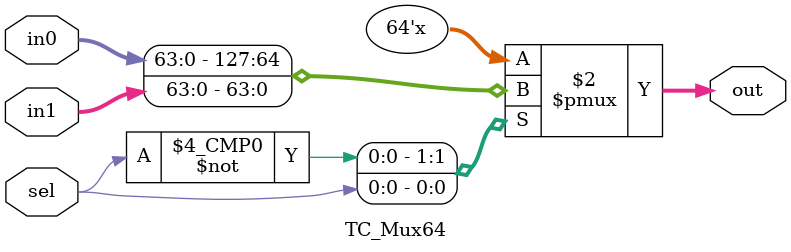
<source format=v>
module TC_Mux64(sel, in0, in1, out);
    input sel;
    input [63:0] in0;
    input [63:0] in1;
    output reg [63:0] out;
    
    always @ (sel or in0 or in1) begin
        case(sel)
        1'b0 : out <= in0;
        1'b1 : out <= in1;
        endcase
    end
endmodule


</source>
